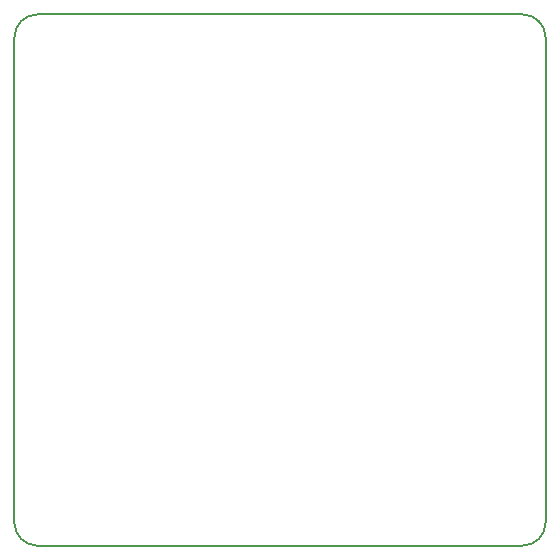
<source format=gko>
G04*
G04 #@! TF.GenerationSoftware,Altium Limited,Altium Designer,22.6.1 (34)*
G04*
G04 Layer_Color=16711935*
%FSLAX25Y25*%
%MOIN*%
G70*
G04*
G04 #@! TF.SameCoordinates,C960C2BB-4387-47BD-B0B2-73E0CB32DA73*
G04*
G04*
G04 #@! TF.FilePolarity,Positive*
G04*
G01*
G75*
%ADD15C,0.00591*%
D15*
X-88583Y-80709D02*
G03*
X-80709Y-88583I7874J0D01*
G01*
X80709D02*
G03*
X88583Y-80709I0J7874D01*
G01*
X88583Y80709D02*
G03*
X80709Y88583I-7874J0D01*
G01*
X-80709D02*
G03*
X-88583Y80709I0J-7874D01*
G01*
X-88583Y-80709D02*
Y80709D01*
X-80709Y-88583D02*
X80709D01*
X88583Y-80709D02*
Y80709D01*
X-80709Y88583D02*
X80709D01*
M02*

</source>
